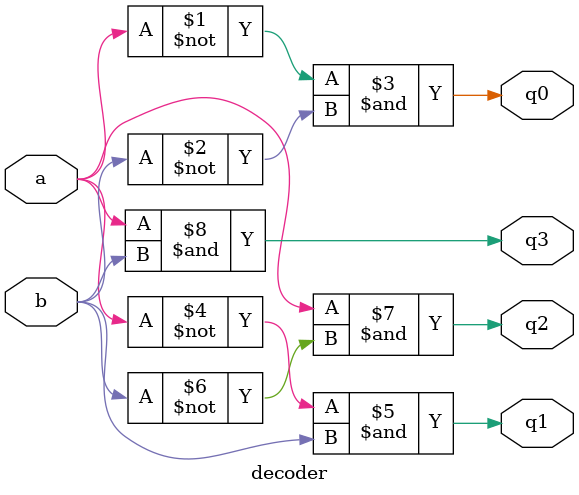
<source format=sv>
module decoder(input a,
 input b,
 output q0,
 output q1,
 output q2,
 output q3
 );
 assign q0 = ~a & ~b;
 assign q1 = ~a & b;
 assign q2 = a & ~b;
 assign q3 = a & b;
endmodule
</source>
